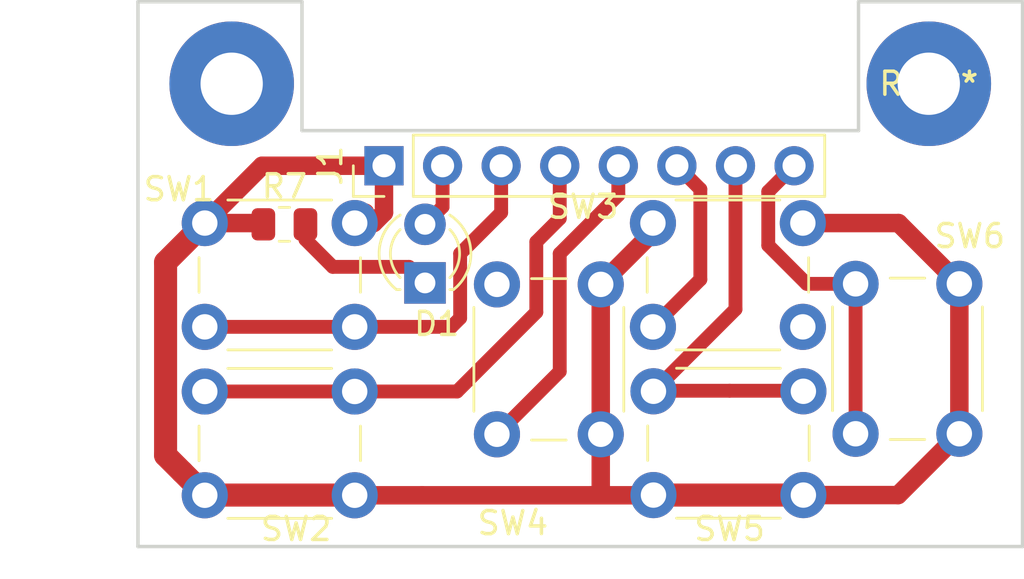
<source format=kicad_pcb>
(kicad_pcb (version 20171130) (host pcbnew "(5.1.7)-1")

  (general
    (thickness 1.6)
    (drawings 11)
    (tracks 66)
    (zones 0)
    (modules 11)
    (nets 10)
  )

  (page A4)
  (layers
    (0 F.Cu signal)
    (31 B.Cu signal)
    (32 B.Adhes user)
    (33 F.Adhes user)
    (34 B.Paste user)
    (35 F.Paste user)
    (36 B.SilkS user)
    (37 F.SilkS user)
    (38 B.Mask user)
    (39 F.Mask user)
    (40 Dwgs.User user)
    (41 Cmts.User user)
    (42 Eco1.User user)
    (43 Eco2.User user)
    (44 Edge.Cuts user)
    (45 Margin user)
    (46 B.CrtYd user)
    (47 F.CrtYd user)
    (48 B.Fab user)
    (49 F.Fab user)
  )

  (setup
    (last_trace_width 0.6)
    (trace_clearance 0.2)
    (zone_clearance 0.508)
    (zone_45_only no)
    (trace_min 0.2)
    (via_size 0.8)
    (via_drill 0.4)
    (via_min_size 0.4)
    (via_min_drill 0.3)
    (uvia_size 0.3)
    (uvia_drill 0.1)
    (uvias_allowed no)
    (uvia_min_size 0.2)
    (uvia_min_drill 0.1)
    (edge_width 0.15)
    (segment_width 0.2)
    (pcb_text_width 0.3)
    (pcb_text_size 1.5 1.5)
    (mod_edge_width 0.15)
    (mod_text_size 1 1)
    (mod_text_width 0.15)
    (pad_size 1.524 1.524)
    (pad_drill 0.762)
    (pad_to_mask_clearance 0.051)
    (solder_mask_min_width 0.25)
    (aux_axis_origin 129.54 90.678)
    (visible_elements 7FFFFFFF)
    (pcbplotparams
      (layerselection 0x21080_7fffffff)
      (usegerberextensions false)
      (usegerberattributes false)
      (usegerberadvancedattributes false)
      (creategerberjobfile false)
      (excludeedgelayer true)
      (linewidth 0.100000)
      (plotframeref false)
      (viasonmask false)
      (mode 1)
      (useauxorigin true)
      (hpglpennumber 1)
      (hpglpenspeed 20)
      (hpglpendiameter 15.000000)
      (psnegative false)
      (psa4output false)
      (plotreference false)
      (plotvalue false)
      (plotinvisibletext false)
      (padsonsilk false)
      (subtractmaskfromsilk false)
      (outputformat 1)
      (mirror false)
      (drillshape 0)
      (scaleselection 1)
      (outputdirectory "output/"))
  )

  (net 0 "")
  (net 1 GNDREF)
  (net 2 /SET)
  (net 3 /OK)
  (net 4 /LFT)
  (net 5 /UP)
  (net 6 /DWN)
  (net 7 /RHT)
  (net 8 "Net-(D1-Pad1)")
  (net 9 /5V)

  (net_class Default "This is the default net class."
    (clearance 0.2)
    (trace_width 0.6)
    (via_dia 0.8)
    (via_drill 0.4)
    (uvia_dia 0.3)
    (uvia_drill 0.1)
    (add_net /5V)
    (add_net /DWN)
    (add_net /LFT)
    (add_net /OK)
    (add_net /RHT)
    (add_net /SET)
    (add_net /UP)
    (add_net "Net-(D1-Pad1)")
  )

  (net_class OuterSig ""
    (clearance 0.2)
    (trace_width 0.4)
    (via_dia 0.8)
    (via_drill 0.4)
    (uvia_dia 0.3)
    (uvia_drill 0.1)
  )

  (net_class Power ""
    (clearance 0.2)
    (trace_width 0.8)
    (via_dia 0.8)
    (via_drill 0.4)
    (uvia_dia 0.3)
    (uvia_drill 0.1)
    (add_net GNDREF)
  )

  (module Connector_PinHeader_2.54mm:PinHeader_1x08_P2.54mm_Vertical (layer F.Cu) (tedit 59FED5CC) (tstamp 63D1DA89)
    (at 140.208 74.168 90)
    (descr "Through hole straight pin header, 1x08, 2.54mm pitch, single row")
    (tags "Through hole pin header THT 1x08 2.54mm single row")
    (path /63D1DBCF)
    (fp_text reference J1 (at 0 -2.33 90) (layer F.SilkS)
      (effects (font (size 1 1) (thickness 0.15)))
    )
    (fp_text value Conn_01x08_Male (at 0 20.11 90) (layer F.Fab)
      (effects (font (size 1 1) (thickness 0.15)))
    )
    (fp_text user %R (at 0 8.89) (layer F.Fab)
      (effects (font (size 1 1) (thickness 0.15)))
    )
    (fp_line (start -0.635 -1.27) (end 1.27 -1.27) (layer F.Fab) (width 0.1))
    (fp_line (start 1.27 -1.27) (end 1.27 19.05) (layer F.Fab) (width 0.1))
    (fp_line (start 1.27 19.05) (end -1.27 19.05) (layer F.Fab) (width 0.1))
    (fp_line (start -1.27 19.05) (end -1.27 -0.635) (layer F.Fab) (width 0.1))
    (fp_line (start -1.27 -0.635) (end -0.635 -1.27) (layer F.Fab) (width 0.1))
    (fp_line (start -1.33 19.11) (end 1.33 19.11) (layer F.SilkS) (width 0.12))
    (fp_line (start -1.33 1.27) (end -1.33 19.11) (layer F.SilkS) (width 0.12))
    (fp_line (start 1.33 1.27) (end 1.33 19.11) (layer F.SilkS) (width 0.12))
    (fp_line (start -1.33 1.27) (end 1.33 1.27) (layer F.SilkS) (width 0.12))
    (fp_line (start -1.33 0) (end -1.33 -1.33) (layer F.SilkS) (width 0.12))
    (fp_line (start -1.33 -1.33) (end 0 -1.33) (layer F.SilkS) (width 0.12))
    (fp_line (start -1.8 -1.8) (end -1.8 19.55) (layer F.CrtYd) (width 0.05))
    (fp_line (start -1.8 19.55) (end 1.8 19.55) (layer F.CrtYd) (width 0.05))
    (fp_line (start 1.8 19.55) (end 1.8 -1.8) (layer F.CrtYd) (width 0.05))
    (fp_line (start 1.8 -1.8) (end -1.8 -1.8) (layer F.CrtYd) (width 0.05))
    (pad 8 thru_hole oval (at 0 17.78 90) (size 1.7 1.7) (drill 1) (layers *.Cu *.Mask)
      (net 4 /LFT))
    (pad 7 thru_hole oval (at 0 15.24 90) (size 1.7 1.7) (drill 1) (layers *.Cu *.Mask)
      (net 6 /DWN))
    (pad 6 thru_hole oval (at 0 12.7 90) (size 1.7 1.7) (drill 1) (layers *.Cu *.Mask)
      (net 5 /UP))
    (pad 5 thru_hole oval (at 0 10.16 90) (size 1.7 1.7) (drill 1) (layers *.Cu *.Mask)
      (net 7 /RHT))
    (pad 4 thru_hole oval (at 0 7.62 90) (size 1.7 1.7) (drill 1) (layers *.Cu *.Mask)
      (net 3 /OK))
    (pad 3 thru_hole oval (at 0 5.08 90) (size 1.7 1.7) (drill 1) (layers *.Cu *.Mask)
      (net 2 /SET))
    (pad 2 thru_hole oval (at 0 2.54 90) (size 1.7 1.7) (drill 1) (layers *.Cu *.Mask)
      (net 9 /5V))
    (pad 1 thru_hole rect (at 0 0 90) (size 1.7 1.7) (drill 1) (layers *.Cu *.Mask)
      (net 1 GNDREF))
    (model ${KISYS3DMOD}/Connector_PinHeader_2.54mm.3dshapes/PinHeader_1x08_P2.54mm_Vertical.wrl
      (at (xyz 0 0 0))
      (scale (xyz 1 1 1))
      (rotate (xyz 0 0 0))
    )
  )

  (module MountingHole:MountingHole_2.7mm_Pad (layer F.Cu) (tedit 56D1B4CB) (tstamp 5F9ECDA4)
    (at 163.83 70.612)
    (descr "Mounting Hole 2.7mm")
    (tags "mounting hole 2.7mm")
    (attr virtual)
    (fp_text reference REF** (at 0 0) (layer F.SilkS)
      (effects (font (size 1 1) (thickness 0.15)))
    )
    (fp_text value MH (at 2.794 -2.54) (layer F.Fab)
      (effects (font (size 1 1) (thickness 0.15)))
    )
    (fp_circle (center 0 0) (end 2.95 0) (layer F.CrtYd) (width 0.05))
    (fp_circle (center 0 0) (end 2.7 0) (layer Cmts.User) (width 0.15))
    (fp_text user %R (at 0.3 0) (layer F.Fab)
      (effects (font (size 1 1) (thickness 0.15)))
    )
    (pad 1 thru_hole circle (at 0 0) (size 5.4 5.4) (drill 2.7) (layers *.Cu *.Mask))
  )

  (module MountingHole:MountingHole_2.7mm_Pad (layer F.Cu) (tedit 56D1B4CB) (tstamp 5F9ECD61)
    (at 133.604 70.612)
    (descr "Mounting Hole 2.7mm")
    (tags "mounting hole 2.7mm")
    (attr virtual)
    (fp_text reference REF** (at 0 -0.254) (layer F.SilkS) hide
      (effects (font (size 1 1) (thickness 0.15)))
    )
    (fp_text value MH (at -2.794 -2.54) (layer F.Fab)
      (effects (font (size 1 1) (thickness 0.15)))
    )
    (fp_circle (center 0 0) (end 2.95 0) (layer F.CrtYd) (width 0.05))
    (fp_circle (center 0 0) (end 2.7 0) (layer Cmts.User) (width 0.15))
    (fp_text user %R (at 0.3 0) (layer F.Fab) hide
      (effects (font (size 1 1) (thickness 0.15)))
    )
    (pad 1 thru_hole circle (at 0 0) (size 5.4 5.4) (drill 2.7) (layers *.Cu *.Mask))
  )

  (module Button_Switch_THT:SW_PUSH_6mm (layer F.Cu) (tedit 5A02FE31) (tstamp 5E61254E)
    (at 132.438 76.653)
    (descr https://www.omron.com/ecb/products/pdf/en-b3f.pdf)
    (tags "tact sw push 6mm")
    (path /5E3AD36A)
    (fp_text reference SW1 (at -1.12 -1.469) (layer F.SilkS)
      (effects (font (size 1 1) (thickness 0.15)))
    )
    (fp_text value SET (at -1.374 -2.739) (layer F.Fab)
      (effects (font (size 1 1) (thickness 0.15)))
    )
    (fp_circle (center 3.25 2.25) (end 1.25 2.5) (layer F.Fab) (width 0.1))
    (fp_line (start 6.75 3) (end 6.75 1.5) (layer F.SilkS) (width 0.12))
    (fp_line (start 5.5 -1) (end 1 -1) (layer F.SilkS) (width 0.12))
    (fp_line (start -0.25 1.5) (end -0.25 3) (layer F.SilkS) (width 0.12))
    (fp_line (start 1 5.5) (end 5.5 5.5) (layer F.SilkS) (width 0.12))
    (fp_line (start 8 -1.25) (end 8 5.75) (layer F.CrtYd) (width 0.05))
    (fp_line (start 7.75 6) (end -1.25 6) (layer F.CrtYd) (width 0.05))
    (fp_line (start -1.5 5.75) (end -1.5 -1.25) (layer F.CrtYd) (width 0.05))
    (fp_line (start -1.25 -1.5) (end 7.75 -1.5) (layer F.CrtYd) (width 0.05))
    (fp_line (start -1.5 6) (end -1.25 6) (layer F.CrtYd) (width 0.05))
    (fp_line (start -1.5 5.75) (end -1.5 6) (layer F.CrtYd) (width 0.05))
    (fp_line (start -1.5 -1.5) (end -1.25 -1.5) (layer F.CrtYd) (width 0.05))
    (fp_line (start -1.5 -1.25) (end -1.5 -1.5) (layer F.CrtYd) (width 0.05))
    (fp_line (start 8 -1.5) (end 8 -1.25) (layer F.CrtYd) (width 0.05))
    (fp_line (start 7.75 -1.5) (end 8 -1.5) (layer F.CrtYd) (width 0.05))
    (fp_line (start 8 6) (end 8 5.75) (layer F.CrtYd) (width 0.05))
    (fp_line (start 7.75 6) (end 8 6) (layer F.CrtYd) (width 0.05))
    (fp_line (start 0.25 -0.75) (end 3.25 -0.75) (layer F.Fab) (width 0.1))
    (fp_line (start 0.25 5.25) (end 0.25 -0.75) (layer F.Fab) (width 0.1))
    (fp_line (start 6.25 5.25) (end 0.25 5.25) (layer F.Fab) (width 0.1))
    (fp_line (start 6.25 -0.75) (end 6.25 5.25) (layer F.Fab) (width 0.1))
    (fp_line (start 3.25 -0.75) (end 6.25 -0.75) (layer F.Fab) (width 0.1))
    (fp_text user %R (at -1.12 -1.469) (layer F.Fab)
      (effects (font (size 1 1) (thickness 0.15)))
    )
    (pad 1 thru_hole circle (at 6.5 0 90) (size 2 2) (drill 1.1) (layers *.Cu *.Mask)
      (net 1 GNDREF))
    (pad 2 thru_hole circle (at 6.5 4.5 90) (size 2 2) (drill 1.1) (layers *.Cu *.Mask)
      (net 2 /SET))
    (pad 1 thru_hole circle (at 0 0 90) (size 2 2) (drill 1.1) (layers *.Cu *.Mask)
      (net 1 GNDREF))
    (pad 2 thru_hole circle (at 0 4.5 90) (size 2 2) (drill 1.1) (layers *.Cu *.Mask)
      (net 2 /SET))
    (model ${KISYS3DMOD}/Button_Switch_THT.3dshapes/SW_PUSH_6mm.wrl
      (at (xyz 0 0 0))
      (scale (xyz 1 1 1))
      (rotate (xyz 0 0 0))
    )
  )

  (module Button_Switch_THT:SW_PUSH_6mm (layer F.Cu) (tedit 5A02FE31) (tstamp 5E6125A8)
    (at 138.938 88.4555 180)
    (descr https://www.omron.com/ecb/products/pdf/en-b3f.pdf)
    (tags "tact sw push 6mm")
    (path /5E3AD1EA)
    (fp_text reference SW2 (at 2.54 -1.4605 180) (layer F.SilkS)
      (effects (font (size 1 1) (thickness 0.15)))
    )
    (fp_text value OK (at -1.778 -1.4605 180) (layer F.Fab)
      (effects (font (size 1 1) (thickness 0.15)))
    )
    (fp_line (start 3.25 -0.75) (end 6.25 -0.75) (layer F.Fab) (width 0.1))
    (fp_line (start 6.25 -0.75) (end 6.25 5.25) (layer F.Fab) (width 0.1))
    (fp_line (start 6.25 5.25) (end 0.25 5.25) (layer F.Fab) (width 0.1))
    (fp_line (start 0.25 5.25) (end 0.25 -0.75) (layer F.Fab) (width 0.1))
    (fp_line (start 0.25 -0.75) (end 3.25 -0.75) (layer F.Fab) (width 0.1))
    (fp_line (start 7.75 6) (end 8 6) (layer F.CrtYd) (width 0.05))
    (fp_line (start 8 6) (end 8 5.75) (layer F.CrtYd) (width 0.05))
    (fp_line (start 7.75 -1.5) (end 8 -1.5) (layer F.CrtYd) (width 0.05))
    (fp_line (start 8 -1.5) (end 8 -1.25) (layer F.CrtYd) (width 0.05))
    (fp_line (start -1.5 -1.25) (end -1.5 -1.5) (layer F.CrtYd) (width 0.05))
    (fp_line (start -1.5 -1.5) (end -1.25 -1.5) (layer F.CrtYd) (width 0.05))
    (fp_line (start -1.5 5.75) (end -1.5 6) (layer F.CrtYd) (width 0.05))
    (fp_line (start -1.5 6) (end -1.25 6) (layer F.CrtYd) (width 0.05))
    (fp_line (start -1.25 -1.5) (end 7.75 -1.5) (layer F.CrtYd) (width 0.05))
    (fp_line (start -1.5 5.75) (end -1.5 -1.25) (layer F.CrtYd) (width 0.05))
    (fp_line (start 7.75 6) (end -1.25 6) (layer F.CrtYd) (width 0.05))
    (fp_line (start 8 -1.25) (end 8 5.75) (layer F.CrtYd) (width 0.05))
    (fp_line (start 1 5.5) (end 5.5 5.5) (layer F.SilkS) (width 0.12))
    (fp_line (start -0.25 1.5) (end -0.25 3) (layer F.SilkS) (width 0.12))
    (fp_line (start 5.5 -1) (end 1 -1) (layer F.SilkS) (width 0.12))
    (fp_line (start 6.75 3) (end 6.75 1.5) (layer F.SilkS) (width 0.12))
    (fp_circle (center 3.25 2.25) (end 1.25 2.5) (layer F.Fab) (width 0.1))
    (fp_text user %R (at 2.54 -1.4605 180) (layer F.Fab)
      (effects (font (size 1 1) (thickness 0.15)))
    )
    (pad 2 thru_hole circle (at 0 4.5 270) (size 2 2) (drill 1.1) (layers *.Cu *.Mask)
      (net 3 /OK))
    (pad 1 thru_hole circle (at 0 0 270) (size 2 2) (drill 1.1) (layers *.Cu *.Mask)
      (net 1 GNDREF))
    (pad 2 thru_hole circle (at 6.5 4.5 270) (size 2 2) (drill 1.1) (layers *.Cu *.Mask)
      (net 3 /OK))
    (pad 1 thru_hole circle (at 6.5 0 270) (size 2 2) (drill 1.1) (layers *.Cu *.Mask)
      (net 1 GNDREF))
    (model ${KISYS3DMOD}/Button_Switch_THT.3dshapes/SW_PUSH_6mm.wrl
      (at (xyz 0 0 0))
      (scale (xyz 1 1 1))
      (rotate (xyz 0 0 0))
    )
  )

  (module Button_Switch_THT:SW_PUSH_6mm (layer F.Cu) (tedit 5A02FE31) (tstamp 5E799453)
    (at 158.369 81.153 180)
    (descr https://www.omron.com/ecb/products/pdf/en-b3f.pdf)
    (tags "tact sw push 6mm")
    (path /5E3AD272)
    (fp_text reference SW3 (at 9.525 5.207 180) (layer F.SilkS)
      (effects (font (size 1 1) (thickness 0.15)))
    )
    (fp_text value UP (at -1.905 5.461 180) (layer F.Fab)
      (effects (font (size 1 1) (thickness 0.15)))
    )
    (fp_circle (center 3.25 2.25) (end 1.25 2.5) (layer F.Fab) (width 0.1))
    (fp_line (start 6.75 3) (end 6.75 1.5) (layer F.SilkS) (width 0.12))
    (fp_line (start 5.5 -1) (end 1 -1) (layer F.SilkS) (width 0.12))
    (fp_line (start -0.25 1.5) (end -0.25 3) (layer F.SilkS) (width 0.12))
    (fp_line (start 1 5.5) (end 5.5 5.5) (layer F.SilkS) (width 0.12))
    (fp_line (start 8 -1.25) (end 8 5.75) (layer F.CrtYd) (width 0.05))
    (fp_line (start 7.75 6) (end -1.25 6) (layer F.CrtYd) (width 0.05))
    (fp_line (start -1.5 5.75) (end -1.5 -1.25) (layer F.CrtYd) (width 0.05))
    (fp_line (start -1.25 -1.5) (end 7.75 -1.5) (layer F.CrtYd) (width 0.05))
    (fp_line (start -1.5 6) (end -1.25 6) (layer F.CrtYd) (width 0.05))
    (fp_line (start -1.5 5.75) (end -1.5 6) (layer F.CrtYd) (width 0.05))
    (fp_line (start -1.5 -1.5) (end -1.25 -1.5) (layer F.CrtYd) (width 0.05))
    (fp_line (start -1.5 -1.25) (end -1.5 -1.5) (layer F.CrtYd) (width 0.05))
    (fp_line (start 8 -1.5) (end 8 -1.25) (layer F.CrtYd) (width 0.05))
    (fp_line (start 7.75 -1.5) (end 8 -1.5) (layer F.CrtYd) (width 0.05))
    (fp_line (start 8 6) (end 8 5.75) (layer F.CrtYd) (width 0.05))
    (fp_line (start 7.75 6) (end 8 6) (layer F.CrtYd) (width 0.05))
    (fp_line (start 0.25 -0.75) (end 3.25 -0.75) (layer F.Fab) (width 0.1))
    (fp_line (start 0.25 5.25) (end 0.25 -0.75) (layer F.Fab) (width 0.1))
    (fp_line (start 6.25 5.25) (end 0.25 5.25) (layer F.Fab) (width 0.1))
    (fp_line (start 6.25 -0.75) (end 6.25 5.25) (layer F.Fab) (width 0.1))
    (fp_line (start 3.25 -0.75) (end 6.25 -0.75) (layer F.Fab) (width 0.1))
    (fp_text user %R (at 9.525 5.207 180) (layer F.Fab)
      (effects (font (size 1 1) (thickness 0.15)))
    )
    (pad 1 thru_hole circle (at 6.5 0 270) (size 2 2) (drill 1.1) (layers *.Cu *.Mask)
      (net 5 /UP))
    (pad 2 thru_hole circle (at 6.5 4.5 270) (size 2 2) (drill 1.1) (layers *.Cu *.Mask)
      (net 1 GNDREF))
    (pad 1 thru_hole circle (at 0 0 270) (size 2 2) (drill 1.1) (layers *.Cu *.Mask)
      (net 5 /UP))
    (pad 2 thru_hole circle (at 0 4.5 270) (size 2 2) (drill 1.1) (layers *.Cu *.Mask)
      (net 1 GNDREF))
    (model ${KISYS3DMOD}/Button_Switch_THT.3dshapes/SW_PUSH_6mm.wrl
      (at (xyz 0 0 0))
      (scale (xyz 1 1 1))
      (rotate (xyz 0 0 0))
    )
  )

  (module Button_Switch_THT:SW_PUSH_6mm (layer F.Cu) (tedit 5A02FE31) (tstamp 5E611F25)
    (at 149.606 79.3115 270)
    (descr https://www.omron.com/ecb/products/pdf/en-b3f.pdf)
    (tags "tact sw push 6mm")
    (path /5E3AD2F4)
    (fp_text reference SW4 (at 10.3505 3.81) (layer F.SilkS)
      (effects (font (size 1 1) (thickness 0.15)))
    )
    (fp_text value RHT (at 10.3505 0.762 180) (layer F.Fab)
      (effects (font (size 1 1) (thickness 0.15)))
    )
    (fp_line (start 3.25 -0.75) (end 6.25 -0.75) (layer F.Fab) (width 0.1))
    (fp_line (start 6.25 -0.75) (end 6.25 5.25) (layer F.Fab) (width 0.1))
    (fp_line (start 6.25 5.25) (end 0.25 5.25) (layer F.Fab) (width 0.1))
    (fp_line (start 0.25 5.25) (end 0.25 -0.75) (layer F.Fab) (width 0.1))
    (fp_line (start 0.25 -0.75) (end 3.25 -0.75) (layer F.Fab) (width 0.1))
    (fp_line (start 7.75 6) (end 8 6) (layer F.CrtYd) (width 0.05))
    (fp_line (start 8 6) (end 8 5.75) (layer F.CrtYd) (width 0.05))
    (fp_line (start 7.75 -1.5) (end 8 -1.5) (layer F.CrtYd) (width 0.05))
    (fp_line (start 8 -1.5) (end 8 -1.25) (layer F.CrtYd) (width 0.05))
    (fp_line (start -1.5 -1.25) (end -1.5 -1.5) (layer F.CrtYd) (width 0.05))
    (fp_line (start -1.5 -1.5) (end -1.25 -1.5) (layer F.CrtYd) (width 0.05))
    (fp_line (start -1.5 5.75) (end -1.5 6) (layer F.CrtYd) (width 0.05))
    (fp_line (start -1.5 6) (end -1.25 6) (layer F.CrtYd) (width 0.05))
    (fp_line (start -1.25 -1.5) (end 7.75 -1.5) (layer F.CrtYd) (width 0.05))
    (fp_line (start -1.5 5.75) (end -1.5 -1.25) (layer F.CrtYd) (width 0.05))
    (fp_line (start 7.75 6) (end -1.25 6) (layer F.CrtYd) (width 0.05))
    (fp_line (start 8 -1.25) (end 8 5.75) (layer F.CrtYd) (width 0.05))
    (fp_line (start 1 5.5) (end 5.5 5.5) (layer F.SilkS) (width 0.12))
    (fp_line (start -0.25 1.5) (end -0.25 3) (layer F.SilkS) (width 0.12))
    (fp_line (start 5.5 -1) (end 1 -1) (layer F.SilkS) (width 0.12))
    (fp_line (start 6.75 3) (end 6.75 1.5) (layer F.SilkS) (width 0.12))
    (fp_circle (center 3.25 2.25) (end 1.25 2.5) (layer F.Fab) (width 0.1))
    (fp_text user %R (at 10.3505 3.81 180) (layer F.Fab)
      (effects (font (size 1 1) (thickness 0.15)))
    )
    (pad 2 thru_hole circle (at 0 4.5) (size 2 2) (drill 1.1) (layers *.Cu *.Mask)
      (net 7 /RHT))
    (pad 1 thru_hole circle (at 0 0) (size 2 2) (drill 1.1) (layers *.Cu *.Mask)
      (net 1 GNDREF))
    (pad 2 thru_hole circle (at 6.5 4.5) (size 2 2) (drill 1.1) (layers *.Cu *.Mask)
      (net 7 /RHT))
    (pad 1 thru_hole circle (at 6.5 0) (size 2 2) (drill 1.1) (layers *.Cu *.Mask)
      (net 1 GNDREF))
    (model ${KISYS3DMOD}/Button_Switch_THT.3dshapes/SW_PUSH_6mm.wrl
      (at (xyz 0 0 0))
      (scale (xyz 1 1 1))
      (rotate (xyz 0 0 0))
    )
  )

  (module Button_Switch_THT:SW_PUSH_6mm (layer F.Cu) (tedit 5A02FE31) (tstamp 5E6124F4)
    (at 151.892 83.947)
    (descr https://www.omron.com/ecb/products/pdf/en-b3f.pdf)
    (tags "tact sw push 6mm")
    (path /5E3AD3E8)
    (fp_text reference SW5 (at 3.302 5.969) (layer F.SilkS)
      (effects (font (size 1 1) (thickness 0.15)))
    )
    (fp_text value DWN (at 8.636 5.969) (layer F.Fab)
      (effects (font (size 1 1) (thickness 0.15)))
    )
    (fp_line (start 3.25 -0.75) (end 6.25 -0.75) (layer F.Fab) (width 0.1))
    (fp_line (start 6.25 -0.75) (end 6.25 5.25) (layer F.Fab) (width 0.1))
    (fp_line (start 6.25 5.25) (end 0.25 5.25) (layer F.Fab) (width 0.1))
    (fp_line (start 0.25 5.25) (end 0.25 -0.75) (layer F.Fab) (width 0.1))
    (fp_line (start 0.25 -0.75) (end 3.25 -0.75) (layer F.Fab) (width 0.1))
    (fp_line (start 7.75 6) (end 8 6) (layer F.CrtYd) (width 0.05))
    (fp_line (start 8 6) (end 8 5.75) (layer F.CrtYd) (width 0.05))
    (fp_line (start 7.75 -1.5) (end 8 -1.5) (layer F.CrtYd) (width 0.05))
    (fp_line (start 8 -1.5) (end 8 -1.25) (layer F.CrtYd) (width 0.05))
    (fp_line (start -1.5 -1.25) (end -1.5 -1.5) (layer F.CrtYd) (width 0.05))
    (fp_line (start -1.5 -1.5) (end -1.25 -1.5) (layer F.CrtYd) (width 0.05))
    (fp_line (start -1.5 5.75) (end -1.5 6) (layer F.CrtYd) (width 0.05))
    (fp_line (start -1.5 6) (end -1.25 6) (layer F.CrtYd) (width 0.05))
    (fp_line (start -1.25 -1.5) (end 7.75 -1.5) (layer F.CrtYd) (width 0.05))
    (fp_line (start -1.5 5.75) (end -1.5 -1.25) (layer F.CrtYd) (width 0.05))
    (fp_line (start 7.75 6) (end -1.25 6) (layer F.CrtYd) (width 0.05))
    (fp_line (start 8 -1.25) (end 8 5.75) (layer F.CrtYd) (width 0.05))
    (fp_line (start 1 5.5) (end 5.5 5.5) (layer F.SilkS) (width 0.12))
    (fp_line (start -0.25 1.5) (end -0.25 3) (layer F.SilkS) (width 0.12))
    (fp_line (start 5.5 -1) (end 1 -1) (layer F.SilkS) (width 0.12))
    (fp_line (start 6.75 3) (end 6.75 1.5) (layer F.SilkS) (width 0.12))
    (fp_circle (center 3.25 2.25) (end 1.25 2.5) (layer F.Fab) (width 0.1))
    (fp_text user %R (at 3.302 5.969) (layer F.Fab)
      (effects (font (size 1 1) (thickness 0.15)))
    )
    (pad 2 thru_hole circle (at 0 4.5 90) (size 2 2) (drill 1.1) (layers *.Cu *.Mask)
      (net 1 GNDREF))
    (pad 1 thru_hole circle (at 0 0 90) (size 2 2) (drill 1.1) (layers *.Cu *.Mask)
      (net 6 /DWN))
    (pad 2 thru_hole circle (at 6.5 4.5 90) (size 2 2) (drill 1.1) (layers *.Cu *.Mask)
      (net 1 GNDREF))
    (pad 1 thru_hole circle (at 6.5 0 90) (size 2 2) (drill 1.1) (layers *.Cu *.Mask)
      (net 6 /DWN))
    (model ${KISYS3DMOD}/Button_Switch_THT.3dshapes/SW_PUSH_6mm.wrl
      (at (xyz 0 0 0))
      (scale (xyz 1 1 1))
      (rotate (xyz 0 0 0))
    )
  )

  (module Button_Switch_THT:SW_PUSH_6mm (layer F.Cu) (tedit 5E438F25) (tstamp 5E611F63)
    (at 160.655 85.7885 90)
    (descr https://www.omron.com/ecb/products/pdf/en-b3f.pdf)
    (tags "tact sw push 6mm")
    (path /5E3AD478)
    (fp_text reference SW6 (at 8.5725 4.953 180) (layer F.SilkS)
      (effects (font (size 1 1) (thickness 0.15)))
    )
    (fp_text value LFT (at -2.3495 5.207 180) (layer F.Fab)
      (effects (font (size 1 1) (thickness 0.15)))
    )
    (fp_circle (center 3.25 2.25) (end 1.25 2.5) (layer F.Fab) (width 0.1))
    (fp_line (start 6.75 3) (end 6.75 1.5) (layer F.SilkS) (width 0.12))
    (fp_line (start 5.5 -1) (end 1 -1) (layer F.SilkS) (width 0.12))
    (fp_line (start -0.25 1.5) (end -0.25 3) (layer F.SilkS) (width 0.12))
    (fp_line (start 1 5.5) (end 5.5 5.5) (layer F.SilkS) (width 0.12))
    (fp_line (start 8 -1.25) (end 8 5.75) (layer F.CrtYd) (width 0.05))
    (fp_line (start 7.75 6) (end -1.25 6) (layer F.CrtYd) (width 0.05))
    (fp_line (start -1.5 5.75) (end -1.5 -1.25) (layer F.CrtYd) (width 0.05))
    (fp_line (start -1.25 -1.5) (end 7.75 -1.5) (layer F.CrtYd) (width 0.05))
    (fp_line (start -1.5 6) (end -1.25 6) (layer F.CrtYd) (width 0.05))
    (fp_line (start -1.5 5.75) (end -1.5 6) (layer F.CrtYd) (width 0.05))
    (fp_line (start -1.5 -1.5) (end -1.25 -1.5) (layer F.CrtYd) (width 0.05))
    (fp_line (start -1.5 -1.25) (end -1.5 -1.5) (layer F.CrtYd) (width 0.05))
    (fp_line (start 8 -1.5) (end 8 -1.25) (layer F.CrtYd) (width 0.05))
    (fp_line (start 7.75 -1.5) (end 8 -1.5) (layer F.CrtYd) (width 0.05))
    (fp_line (start 8 6) (end 8 5.75) (layer F.CrtYd) (width 0.05))
    (fp_line (start 7.75 6) (end 8 6) (layer F.CrtYd) (width 0.05))
    (fp_line (start 0.25 -0.75) (end 3.25 -0.75) (layer F.Fab) (width 0.1))
    (fp_line (start 0.25 5.25) (end 0.25 -0.75) (layer F.Fab) (width 0.1))
    (fp_line (start 6.25 5.25) (end 0.25 5.25) (layer F.Fab) (width 0.1))
    (fp_line (start 6.25 -0.75) (end 6.25 5.25) (layer F.Fab) (width 0.1))
    (fp_line (start 3.25 -0.75) (end 6.25 -0.75) (layer F.Fab) (width 0.1))
    (fp_text user %R (at 8.5725 4.953 180) (layer F.Fab)
      (effects (font (size 1 1) (thickness 0.15)))
    )
    (pad 1 thru_hole circle (at 6.5 0 180) (size 2 2) (drill 1.1) (layers *.Cu *.Mask)
      (net 4 /LFT))
    (pad 2 thru_hole circle (at 6.5 4.5 180) (size 2 2) (drill 1.1) (layers *.Cu *.Mask)
      (net 1 GNDREF))
    (pad 1 thru_hole circle (at 0 0 180) (size 2 2) (drill 1.1) (layers *.Cu *.Mask)
      (net 4 /LFT))
    (pad 2 thru_hole circle (at 0 4.5 180) (size 2 2) (drill 1.1) (layers *.Cu *.Mask)
      (net 1 GNDREF))
    (model ${KISYS3DMOD}/Button_Switch_THT.3dshapes/SW_PUSH_6mm.wrl
      (at (xyz 0 0 0))
      (scale (xyz 1 1 1))
      (rotate (xyz 0 0 0))
    )
  )

  (module LED_THT:LED_D3.0mm (layer F.Cu) (tedit 587A3A7B) (tstamp 60388113)
    (at 141.986 79.248 90)
    (descr "LED, diameter 3.0mm, 2 pins")
    (tags "LED diameter 3.0mm 2 pins")
    (path /60388FC9)
    (fp_text reference D1 (at -1.778 0.508 180) (layer F.SilkS)
      (effects (font (size 1 1) (thickness 0.15)))
    )
    (fp_text value LED (at -3.81 0.508 270) (layer F.Fab)
      (effects (font (size 1 1) (thickness 0.15)))
    )
    (fp_circle (center 1.27 0) (end 2.77 0) (layer F.Fab) (width 0.1))
    (fp_line (start -0.23 -1.16619) (end -0.23 1.16619) (layer F.Fab) (width 0.1))
    (fp_line (start -0.29 -1.236) (end -0.29 -1.08) (layer F.SilkS) (width 0.12))
    (fp_line (start -0.29 1.08) (end -0.29 1.236) (layer F.SilkS) (width 0.12))
    (fp_line (start -1.15 -2.25) (end -1.15 2.25) (layer F.CrtYd) (width 0.05))
    (fp_line (start -1.15 2.25) (end 3.7 2.25) (layer F.CrtYd) (width 0.05))
    (fp_line (start 3.7 2.25) (end 3.7 -2.25) (layer F.CrtYd) (width 0.05))
    (fp_line (start 3.7 -2.25) (end -1.15 -2.25) (layer F.CrtYd) (width 0.05))
    (fp_arc (start 1.27 0) (end -0.23 -1.16619) (angle 284.3) (layer F.Fab) (width 0.1))
    (fp_arc (start 1.27 0) (end -0.29 -1.235516) (angle 108.8) (layer F.SilkS) (width 0.12))
    (fp_arc (start 1.27 0) (end -0.29 1.235516) (angle -108.8) (layer F.SilkS) (width 0.12))
    (fp_arc (start 1.27 0) (end 0.229039 -1.08) (angle 87.9) (layer F.SilkS) (width 0.12))
    (fp_arc (start 1.27 0) (end 0.229039 1.08) (angle -87.9) (layer F.SilkS) (width 0.12))
    (pad 1 thru_hole rect (at 0 0 90) (size 1.8 1.8) (drill 0.9) (layers *.Cu *.Mask)
      (net 8 "Net-(D1-Pad1)"))
    (pad 2 thru_hole circle (at 2.54 0 90) (size 1.8 1.8) (drill 0.9) (layers *.Cu *.Mask)
      (net 9 /5V))
    (model ${KISYS3DMOD}/LED_THT.3dshapes/LED_D3.0mm.wrl
      (at (xyz 0 0 0))
      (scale (xyz 1 1 1))
      (rotate (xyz 0 0 0))
    )
  )

  (module Resistor_SMD:R_0805_2012Metric (layer F.Cu) (tedit 5F68FEEE) (tstamp 60388124)
    (at 135.89 76.708)
    (descr "Resistor SMD 0805 (2012 Metric), square (rectangular) end terminal, IPC_7351 nominal, (Body size source: IPC-SM-782 page 72, https://www.pcb-3d.com/wordpress/wp-content/uploads/ipc-sm-782a_amendment_1_and_2.pdf), generated with kicad-footprint-generator")
    (tags resistor)
    (path /60388507)
    (attr smd)
    (fp_text reference R7 (at 0 -1.65) (layer F.SilkS)
      (effects (font (size 1 1) (thickness 0.15)))
    )
    (fp_text value R (at -0.508 -1.778) (layer F.Fab)
      (effects (font (size 1 1) (thickness 0.15)))
    )
    (fp_line (start -1 0.625) (end -1 -0.625) (layer F.Fab) (width 0.1))
    (fp_line (start -1 -0.625) (end 1 -0.625) (layer F.Fab) (width 0.1))
    (fp_line (start 1 -0.625) (end 1 0.625) (layer F.Fab) (width 0.1))
    (fp_line (start 1 0.625) (end -1 0.625) (layer F.Fab) (width 0.1))
    (fp_line (start -0.227064 -0.735) (end 0.227064 -0.735) (layer F.SilkS) (width 0.12))
    (fp_line (start -0.227064 0.735) (end 0.227064 0.735) (layer F.SilkS) (width 0.12))
    (fp_line (start -1.68 0.95) (end -1.68 -0.95) (layer F.CrtYd) (width 0.05))
    (fp_line (start -1.68 -0.95) (end 1.68 -0.95) (layer F.CrtYd) (width 0.05))
    (fp_line (start 1.68 -0.95) (end 1.68 0.95) (layer F.CrtYd) (width 0.05))
    (fp_line (start 1.68 0.95) (end -1.68 0.95) (layer F.CrtYd) (width 0.05))
    (fp_text user %R (at 0 0) (layer F.Fab)
      (effects (font (size 0.5 0.5) (thickness 0.08)))
    )
    (pad 1 smd roundrect (at -0.9125 0) (size 1.025 1.4) (layers F.Cu F.Paste F.Mask) (roundrect_rratio 0.2439004878048781)
      (net 1 GNDREF))
    (pad 2 smd roundrect (at 0.9125 0) (size 1.025 1.4) (layers F.Cu F.Paste F.Mask) (roundrect_rratio 0.2439004878048781)
      (net 8 "Net-(D1-Pad1)"))
    (model ${KISYS3DMOD}/Resistor_SMD.3dshapes/R_0805_2012Metric.wrl
      (at (xyz 0 0 0))
      (scale (xyz 1 1 1))
      (rotate (xyz 0 0 0))
    )
  )

  (gr_line (start 160.782 67.056) (end 160.782 72.644) (layer Edge.Cuts) (width 0.15) (tstamp 63D1E8E1))
  (gr_line (start 136.652 67.056) (end 136.652 72.644) (layer Edge.Cuts) (width 0.15) (tstamp 63D1E8E0))
  (gr_line (start 136.652 72.644) (end 160.782 72.644) (layer Edge.Cuts) (width 0.15))
  (dimension 23.622 (width 0.15) (layer Dwgs.User)
    (gr_text "23.622 mm" (at 127.224 78.867 90) (layer Dwgs.User)
      (effects (font (size 1 1) (thickness 0.15)))
    )
    (feature1 (pts (xy 129.54 67.056) (xy 127.937579 67.056)))
    (feature2 (pts (xy 129.54 90.678) (xy 127.937579 90.678)))
    (crossbar (pts (xy 128.524 90.678) (xy 128.524 67.056)))
    (arrow1a (pts (xy 128.524 67.056) (xy 129.110421 68.182504)))
    (arrow1b (pts (xy 128.524 67.056) (xy 127.937579 68.182504)))
    (arrow2a (pts (xy 128.524 90.678) (xy 129.110421 89.551496)))
    (arrow2b (pts (xy 128.524 90.678) (xy 127.937579 89.551496)))
  )
  (dimension 38.354 (width 0.15) (layer Dwgs.User)
    (gr_text "38.354 mm" (at 148.717 92.74) (layer Dwgs.User)
      (effects (font (size 1 1) (thickness 0.15)))
    )
    (feature1 (pts (xy 167.894 90.678) (xy 167.894 92.026421)))
    (feature2 (pts (xy 129.54 90.678) (xy 129.54 92.026421)))
    (crossbar (pts (xy 129.54 91.44) (xy 167.894 91.44)))
    (arrow1a (pts (xy 167.894 91.44) (xy 166.767496 92.026421)))
    (arrow1b (pts (xy 167.894 91.44) (xy 166.767496 90.853579)))
    (arrow2a (pts (xy 129.54 91.44) (xy 130.666504 92.026421)))
    (arrow2b (pts (xy 129.54 91.44) (xy 130.666504 90.853579)))
  )
  (gr_line (start 167.894 67.056) (end 160.782 67.056) (layer Edge.Cuts) (width 0.15) (tstamp 5F9ECB72))
  (gr_line (start 167.894 72.39) (end 167.894 67.056) (layer Edge.Cuts) (width 0.15) (tstamp 5F9ECB70))
  (gr_line (start 129.54 67.056) (end 136.652 67.056) (layer Edge.Cuts) (width 0.15) (tstamp 5F9ECB6F))
  (gr_line (start 167.894 90.678) (end 167.894 72.39) (layer Edge.Cuts) (width 0.15))
  (gr_line (start 129.54 90.678) (end 167.894 90.678) (layer Edge.Cuts) (width 0.15))
  (gr_line (start 129.54 67.056) (end 129.54 90.678) (layer Edge.Cuts) (width 0.15))

  (segment (start 149.153 79.479) (end 149.153 79.369) (width 0.8) (layer F.Cu) (net 1))
  (segment (start 131.461001 87.447001) (end 132.461 88.447) (width 1) (layer F.Cu) (net 1))
  (segment (start 130.737999 86.723999) (end 131.461001 87.447001) (width 1) (layer F.Cu) (net 1))
  (segment (start 130.737999 78.353001) (end 130.737999 86.723999) (width 1) (layer F.Cu) (net 1))
  (segment (start 132.438 76.653) (end 130.737999 78.353001) (width 1) (layer F.Cu) (net 1))
  (segment (start 132.461 88.447) (end 138.961 88.447) (width 1) (layer F.Cu) (net 1))
  (segment (start 151.892 88.447) (end 158.392 88.447) (width 1) (layer F.Cu) (net 1))
  (segment (start 151.8835 88.4555) (end 151.892 88.447) (width 0.8) (layer F.Cu) (net 1))
  (segment (start 141.859 88.4555) (end 149.225 88.4555) (width 0.8) (layer F.Cu) (net 1))
  (segment (start 138.938 88.4555) (end 141.859 88.4555) (width 0.8) (layer F.Cu) (net 1))
  (segment (start 149.606 79.3115) (end 149.606 85.8115) (width 0.8) (layer F.Cu) (net 1))
  (segment (start 149.606 85.8115) (end 149.606 88.4555) (width 0.8) (layer F.Cu) (net 1))
  (segment (start 149.225 88.4555) (end 149.606 88.4555) (width 0.8) (layer F.Cu) (net 1))
  (segment (start 149.606 88.4555) (end 151.8835 88.4555) (width 0.8) (layer F.Cu) (net 1))
  (segment (start 165.155 79.2885) (end 165.155 85.7885) (width 0.8) (layer F.Cu) (net 1))
  (segment (start 162.4965 88.447) (end 165.155 85.7885) (width 0.8) (layer F.Cu) (net 1))
  (segment (start 158.392 88.447) (end 162.4965 88.447) (width 0.8) (layer F.Cu) (net 1))
  (segment (start 139.391 76.2) (end 138.938 76.653) (width 0.8) (layer F.Cu) (net 1))
  (segment (start 162.5195 76.653) (end 158.369 76.653) (width 0.8) (layer F.Cu) (net 1))
  (segment (start 165.155 79.2885) (end 162.5195 76.653) (width 0.8) (layer F.Cu) (net 1))
  (segment (start 138.938 76.653) (end 139.755 76.653) (width 0.8) (layer F.Cu) (net 1))
  (segment (start 140.208 76.2) (end 140.208 74.168) (width 0.8) (layer F.Cu) (net 1))
  (segment (start 139.755 76.653) (end 140.208 76.2) (width 0.8) (layer F.Cu) (net 1))
  (segment (start 134.923 74.168) (end 132.438 76.653) (width 0.8) (layer F.Cu) (net 1))
  (segment (start 140.208 74.168) (end 134.923 74.168) (width 0.8) (layer F.Cu) (net 1))
  (segment (start 134.9225 76.653) (end 134.9775 76.708) (width 0.8) (layer F.Cu) (net 1))
  (segment (start 132.438 76.653) (end 134.9225 76.653) (width 0.8) (layer F.Cu) (net 1))
  (segment (start 151.869 77.0485) (end 149.606 79.3115) (width 0.8) (layer F.Cu) (net 1))
  (segment (start 151.869 76.653) (end 151.869 77.0485) (width 0.8) (layer F.Cu) (net 1))
  (segment (start 132.4615 81.1765) (end 132.438 81.153) (width 0.6) (layer F.Cu) (net 2))
  (segment (start 132.438 81.153) (end 138.938 81.153) (width 0.6) (layer F.Cu) (net 2))
  (segment (start 145.288 74.168) (end 145.288 76.2) (width 0.6) (layer F.Cu) (net 2))
  (segment (start 145.288 76.2) (end 143.51 77.978) (width 0.6) (layer F.Cu) (net 2))
  (segment (start 143.51 77.978) (end 143.51 80.772) (width 0.6) (layer F.Cu) (net 2))
  (segment (start 143.129 81.153) (end 138.938 81.153) (width 0.6) (layer F.Cu) (net 2))
  (segment (start 143.51 80.772) (end 143.129 81.153) (width 0.6) (layer F.Cu) (net 2))
  (segment (start 132.438 83.9555) (end 138.938 83.9555) (width 0.6) (layer F.Cu) (net 3))
  (segment (start 143.3745 83.9555) (end 138.938 83.9555) (width 0.6) (layer F.Cu) (net 3))
  (segment (start 146.812 80.518) (end 143.3745 83.9555) (width 0.6) (layer F.Cu) (net 3))
  (segment (start 146.812 77.47) (end 146.812 80.518) (width 0.6) (layer F.Cu) (net 3))
  (segment (start 147.828 76.454) (end 146.812 77.47) (width 0.6) (layer F.Cu) (net 3))
  (segment (start 147.828 74.168) (end 147.828 76.454) (width 0.6) (layer F.Cu) (net 3))
  (segment (start 156.868999 75.287001) (end 157.988 74.168) (width 0.6) (layer F.Cu) (net 4))
  (segment (start 156.868999 77.620999) (end 156.868999 75.287001) (width 0.6) (layer F.Cu) (net 4))
  (segment (start 158.5365 79.2885) (end 156.868999 77.620999) (width 0.6) (layer F.Cu) (net 4))
  (segment (start 160.655 79.2885) (end 158.5365 79.2885) (width 0.6) (layer F.Cu) (net 4))
  (segment (start 160.655 79.2885) (end 160.655 85.7885) (width 0.6) (layer F.Cu) (net 4))
  (segment (start 153.924 75.184) (end 152.908 74.168) (width 0.6) (layer F.Cu) (net 5))
  (segment (start 153.924 79.098) (end 153.924 75.184) (width 0.6) (layer F.Cu) (net 5))
  (segment (start 151.869 81.153) (end 153.924 79.098) (width 0.6) (layer F.Cu) (net 5))
  (segment (start 158.3685 83.9235) (end 158.392 83.947) (width 0.6) (layer F.Cu) (net 6))
  (segment (start 155.194 83.9235) (end 158.3685 83.9235) (width 0.6) (layer F.Cu) (net 6))
  (segment (start 151.9155 83.9235) (end 151.892 83.947) (width 0.6) (layer F.Cu) (net 6))
  (segment (start 155.194 83.9235) (end 151.9155 83.9235) (width 0.6) (layer F.Cu) (net 6))
  (segment (start 155.448 80.391) (end 155.448 74.168) (width 0.6) (layer F.Cu) (net 6))
  (segment (start 151.892 83.947) (end 155.448 80.391) (width 0.6) (layer F.Cu) (net 6))
  (segment (start 150.368 74.168) (end 150.368 75.438) (width 0.6) (layer F.Cu) (net 7))
  (segment (start 150.368 75.438) (end 147.828 77.978) (width 0.6) (layer F.Cu) (net 7))
  (segment (start 147.828 83.0895) (end 145.106 85.8115) (width 0.6) (layer F.Cu) (net 7))
  (segment (start 147.828 77.978) (end 147.828 83.0895) (width 0.6) (layer F.Cu) (net 7))
  (segment (start 136.8025 76.708) (end 136.8025 77.3665) (width 0.6) (layer F.Cu) (net 8))
  (segment (start 141.28949 78.55149) (end 141.986 79.248) (width 0.6) (layer F.Cu) (net 8))
  (segment (start 137.98749 78.55149) (end 141.28949 78.55149) (width 0.6) (layer F.Cu) (net 8))
  (segment (start 136.8025 77.3665) (end 137.98749 78.55149) (width 0.6) (layer F.Cu) (net 8))
  (segment (start 142.748 75.946) (end 141.986 76.708) (width 0.6) (layer F.Cu) (net 9))
  (segment (start 142.748 74.168) (end 142.748 75.946) (width 0.6) (layer F.Cu) (net 9))

)

</source>
